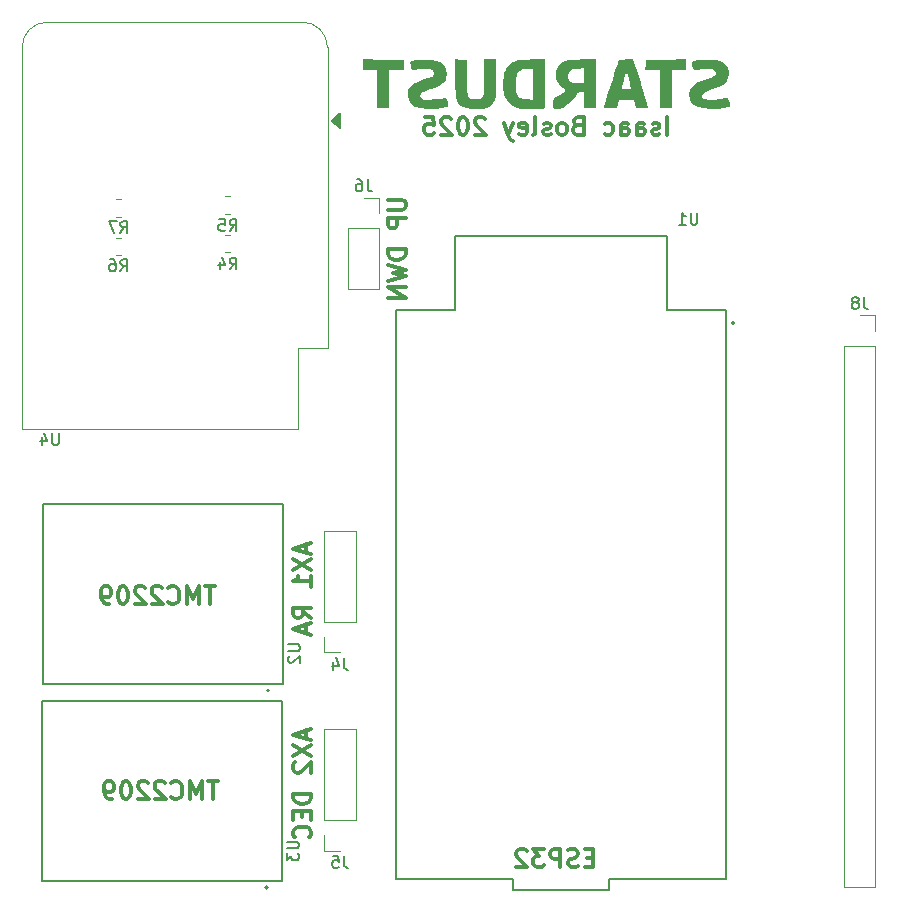
<source format=gbr>
%TF.GenerationSoftware,KiCad,Pcbnew,8.0.8*%
%TF.CreationDate,2025-02-20T12:29:39-05:00*%
%TF.ProjectId,Stardust,53746172-6475-4737-942e-6b696361645f,rev?*%
%TF.SameCoordinates,Original*%
%TF.FileFunction,Legend,Bot*%
%TF.FilePolarity,Positive*%
%FSLAX46Y46*%
G04 Gerber Fmt 4.6, Leading zero omitted, Abs format (unit mm)*
G04 Created by KiCad (PCBNEW 8.0.8) date 2025-02-20 12:29:39*
%MOMM*%
%LPD*%
G01*
G04 APERTURE LIST*
%ADD10C,0.300000*%
%ADD11C,0.150000*%
%ADD12C,0.127000*%
%ADD13C,0.200000*%
%ADD14C,0.000000*%
%ADD15C,0.120000*%
G04 APERTURE END LIST*
D10*
X178695489Y-60800828D02*
X178695489Y-59300828D01*
X178052631Y-60729400D02*
X177909774Y-60800828D01*
X177909774Y-60800828D02*
X177624060Y-60800828D01*
X177624060Y-60800828D02*
X177481203Y-60729400D01*
X177481203Y-60729400D02*
X177409774Y-60586542D01*
X177409774Y-60586542D02*
X177409774Y-60515114D01*
X177409774Y-60515114D02*
X177481203Y-60372257D01*
X177481203Y-60372257D02*
X177624060Y-60300828D01*
X177624060Y-60300828D02*
X177838346Y-60300828D01*
X177838346Y-60300828D02*
X177981203Y-60229400D01*
X177981203Y-60229400D02*
X178052631Y-60086542D01*
X178052631Y-60086542D02*
X178052631Y-60015114D01*
X178052631Y-60015114D02*
X177981203Y-59872257D01*
X177981203Y-59872257D02*
X177838346Y-59800828D01*
X177838346Y-59800828D02*
X177624060Y-59800828D01*
X177624060Y-59800828D02*
X177481203Y-59872257D01*
X176124060Y-60800828D02*
X176124060Y-60015114D01*
X176124060Y-60015114D02*
X176195488Y-59872257D01*
X176195488Y-59872257D02*
X176338345Y-59800828D01*
X176338345Y-59800828D02*
X176624060Y-59800828D01*
X176624060Y-59800828D02*
X176766917Y-59872257D01*
X176124060Y-60729400D02*
X176266917Y-60800828D01*
X176266917Y-60800828D02*
X176624060Y-60800828D01*
X176624060Y-60800828D02*
X176766917Y-60729400D01*
X176766917Y-60729400D02*
X176838345Y-60586542D01*
X176838345Y-60586542D02*
X176838345Y-60443685D01*
X176838345Y-60443685D02*
X176766917Y-60300828D01*
X176766917Y-60300828D02*
X176624060Y-60229400D01*
X176624060Y-60229400D02*
X176266917Y-60229400D01*
X176266917Y-60229400D02*
X176124060Y-60157971D01*
X174766917Y-60800828D02*
X174766917Y-60015114D01*
X174766917Y-60015114D02*
X174838345Y-59872257D01*
X174838345Y-59872257D02*
X174981202Y-59800828D01*
X174981202Y-59800828D02*
X175266917Y-59800828D01*
X175266917Y-59800828D02*
X175409774Y-59872257D01*
X174766917Y-60729400D02*
X174909774Y-60800828D01*
X174909774Y-60800828D02*
X175266917Y-60800828D01*
X175266917Y-60800828D02*
X175409774Y-60729400D01*
X175409774Y-60729400D02*
X175481202Y-60586542D01*
X175481202Y-60586542D02*
X175481202Y-60443685D01*
X175481202Y-60443685D02*
X175409774Y-60300828D01*
X175409774Y-60300828D02*
X175266917Y-60229400D01*
X175266917Y-60229400D02*
X174909774Y-60229400D01*
X174909774Y-60229400D02*
X174766917Y-60157971D01*
X173409774Y-60729400D02*
X173552631Y-60800828D01*
X173552631Y-60800828D02*
X173838345Y-60800828D01*
X173838345Y-60800828D02*
X173981202Y-60729400D01*
X173981202Y-60729400D02*
X174052631Y-60657971D01*
X174052631Y-60657971D02*
X174124059Y-60515114D01*
X174124059Y-60515114D02*
X174124059Y-60086542D01*
X174124059Y-60086542D02*
X174052631Y-59943685D01*
X174052631Y-59943685D02*
X173981202Y-59872257D01*
X173981202Y-59872257D02*
X173838345Y-59800828D01*
X173838345Y-59800828D02*
X173552631Y-59800828D01*
X173552631Y-59800828D02*
X173409774Y-59872257D01*
X171124060Y-60015114D02*
X170909774Y-60086542D01*
X170909774Y-60086542D02*
X170838345Y-60157971D01*
X170838345Y-60157971D02*
X170766917Y-60300828D01*
X170766917Y-60300828D02*
X170766917Y-60515114D01*
X170766917Y-60515114D02*
X170838345Y-60657971D01*
X170838345Y-60657971D02*
X170909774Y-60729400D01*
X170909774Y-60729400D02*
X171052631Y-60800828D01*
X171052631Y-60800828D02*
X171624060Y-60800828D01*
X171624060Y-60800828D02*
X171624060Y-59300828D01*
X171624060Y-59300828D02*
X171124060Y-59300828D01*
X171124060Y-59300828D02*
X170981203Y-59372257D01*
X170981203Y-59372257D02*
X170909774Y-59443685D01*
X170909774Y-59443685D02*
X170838345Y-59586542D01*
X170838345Y-59586542D02*
X170838345Y-59729400D01*
X170838345Y-59729400D02*
X170909774Y-59872257D01*
X170909774Y-59872257D02*
X170981203Y-59943685D01*
X170981203Y-59943685D02*
X171124060Y-60015114D01*
X171124060Y-60015114D02*
X171624060Y-60015114D01*
X169909774Y-60800828D02*
X170052631Y-60729400D01*
X170052631Y-60729400D02*
X170124060Y-60657971D01*
X170124060Y-60657971D02*
X170195488Y-60515114D01*
X170195488Y-60515114D02*
X170195488Y-60086542D01*
X170195488Y-60086542D02*
X170124060Y-59943685D01*
X170124060Y-59943685D02*
X170052631Y-59872257D01*
X170052631Y-59872257D02*
X169909774Y-59800828D01*
X169909774Y-59800828D02*
X169695488Y-59800828D01*
X169695488Y-59800828D02*
X169552631Y-59872257D01*
X169552631Y-59872257D02*
X169481203Y-59943685D01*
X169481203Y-59943685D02*
X169409774Y-60086542D01*
X169409774Y-60086542D02*
X169409774Y-60515114D01*
X169409774Y-60515114D02*
X169481203Y-60657971D01*
X169481203Y-60657971D02*
X169552631Y-60729400D01*
X169552631Y-60729400D02*
X169695488Y-60800828D01*
X169695488Y-60800828D02*
X169909774Y-60800828D01*
X168838345Y-60729400D02*
X168695488Y-60800828D01*
X168695488Y-60800828D02*
X168409774Y-60800828D01*
X168409774Y-60800828D02*
X168266917Y-60729400D01*
X168266917Y-60729400D02*
X168195488Y-60586542D01*
X168195488Y-60586542D02*
X168195488Y-60515114D01*
X168195488Y-60515114D02*
X168266917Y-60372257D01*
X168266917Y-60372257D02*
X168409774Y-60300828D01*
X168409774Y-60300828D02*
X168624060Y-60300828D01*
X168624060Y-60300828D02*
X168766917Y-60229400D01*
X168766917Y-60229400D02*
X168838345Y-60086542D01*
X168838345Y-60086542D02*
X168838345Y-60015114D01*
X168838345Y-60015114D02*
X168766917Y-59872257D01*
X168766917Y-59872257D02*
X168624060Y-59800828D01*
X168624060Y-59800828D02*
X168409774Y-59800828D01*
X168409774Y-59800828D02*
X168266917Y-59872257D01*
X167338345Y-60800828D02*
X167481202Y-60729400D01*
X167481202Y-60729400D02*
X167552631Y-60586542D01*
X167552631Y-60586542D02*
X167552631Y-59300828D01*
X166195488Y-60729400D02*
X166338345Y-60800828D01*
X166338345Y-60800828D02*
X166624060Y-60800828D01*
X166624060Y-60800828D02*
X166766917Y-60729400D01*
X166766917Y-60729400D02*
X166838345Y-60586542D01*
X166838345Y-60586542D02*
X166838345Y-60015114D01*
X166838345Y-60015114D02*
X166766917Y-59872257D01*
X166766917Y-59872257D02*
X166624060Y-59800828D01*
X166624060Y-59800828D02*
X166338345Y-59800828D01*
X166338345Y-59800828D02*
X166195488Y-59872257D01*
X166195488Y-59872257D02*
X166124060Y-60015114D01*
X166124060Y-60015114D02*
X166124060Y-60157971D01*
X166124060Y-60157971D02*
X166838345Y-60300828D01*
X165624060Y-59800828D02*
X165266917Y-60800828D01*
X164909774Y-59800828D02*
X165266917Y-60800828D01*
X165266917Y-60800828D02*
X165409774Y-61157971D01*
X165409774Y-61157971D02*
X165481203Y-61229400D01*
X165481203Y-61229400D02*
X165624060Y-61300828D01*
X163266917Y-59443685D02*
X163195489Y-59372257D01*
X163195489Y-59372257D02*
X163052632Y-59300828D01*
X163052632Y-59300828D02*
X162695489Y-59300828D01*
X162695489Y-59300828D02*
X162552632Y-59372257D01*
X162552632Y-59372257D02*
X162481203Y-59443685D01*
X162481203Y-59443685D02*
X162409774Y-59586542D01*
X162409774Y-59586542D02*
X162409774Y-59729400D01*
X162409774Y-59729400D02*
X162481203Y-59943685D01*
X162481203Y-59943685D02*
X163338346Y-60800828D01*
X163338346Y-60800828D02*
X162409774Y-60800828D01*
X161481203Y-59300828D02*
X161338346Y-59300828D01*
X161338346Y-59300828D02*
X161195489Y-59372257D01*
X161195489Y-59372257D02*
X161124061Y-59443685D01*
X161124061Y-59443685D02*
X161052632Y-59586542D01*
X161052632Y-59586542D02*
X160981203Y-59872257D01*
X160981203Y-59872257D02*
X160981203Y-60229400D01*
X160981203Y-60229400D02*
X161052632Y-60515114D01*
X161052632Y-60515114D02*
X161124061Y-60657971D01*
X161124061Y-60657971D02*
X161195489Y-60729400D01*
X161195489Y-60729400D02*
X161338346Y-60800828D01*
X161338346Y-60800828D02*
X161481203Y-60800828D01*
X161481203Y-60800828D02*
X161624061Y-60729400D01*
X161624061Y-60729400D02*
X161695489Y-60657971D01*
X161695489Y-60657971D02*
X161766918Y-60515114D01*
X161766918Y-60515114D02*
X161838346Y-60229400D01*
X161838346Y-60229400D02*
X161838346Y-59872257D01*
X161838346Y-59872257D02*
X161766918Y-59586542D01*
X161766918Y-59586542D02*
X161695489Y-59443685D01*
X161695489Y-59443685D02*
X161624061Y-59372257D01*
X161624061Y-59372257D02*
X161481203Y-59300828D01*
X160409775Y-59443685D02*
X160338347Y-59372257D01*
X160338347Y-59372257D02*
X160195490Y-59300828D01*
X160195490Y-59300828D02*
X159838347Y-59300828D01*
X159838347Y-59300828D02*
X159695490Y-59372257D01*
X159695490Y-59372257D02*
X159624061Y-59443685D01*
X159624061Y-59443685D02*
X159552632Y-59586542D01*
X159552632Y-59586542D02*
X159552632Y-59729400D01*
X159552632Y-59729400D02*
X159624061Y-59943685D01*
X159624061Y-59943685D02*
X160481204Y-60800828D01*
X160481204Y-60800828D02*
X159552632Y-60800828D01*
X158195490Y-59300828D02*
X158909776Y-59300828D01*
X158909776Y-59300828D02*
X158981204Y-60015114D01*
X158981204Y-60015114D02*
X158909776Y-59943685D01*
X158909776Y-59943685D02*
X158766919Y-59872257D01*
X158766919Y-59872257D02*
X158409776Y-59872257D01*
X158409776Y-59872257D02*
X158266919Y-59943685D01*
X158266919Y-59943685D02*
X158195490Y-60015114D01*
X158195490Y-60015114D02*
X158124061Y-60157971D01*
X158124061Y-60157971D02*
X158124061Y-60515114D01*
X158124061Y-60515114D02*
X158195490Y-60657971D01*
X158195490Y-60657971D02*
X158266919Y-60729400D01*
X158266919Y-60729400D02*
X158409776Y-60800828D01*
X158409776Y-60800828D02*
X158766919Y-60800828D01*
X158766919Y-60800828D02*
X158909776Y-60729400D01*
X158909776Y-60729400D02*
X158981204Y-60657971D01*
X140409774Y-99050828D02*
X139552632Y-99050828D01*
X139981203Y-100550828D02*
X139981203Y-99050828D01*
X139052632Y-100550828D02*
X139052632Y-99050828D01*
X139052632Y-99050828D02*
X138552632Y-100122257D01*
X138552632Y-100122257D02*
X138052632Y-99050828D01*
X138052632Y-99050828D02*
X138052632Y-100550828D01*
X136481203Y-100407971D02*
X136552631Y-100479400D01*
X136552631Y-100479400D02*
X136766917Y-100550828D01*
X136766917Y-100550828D02*
X136909774Y-100550828D01*
X136909774Y-100550828D02*
X137124060Y-100479400D01*
X137124060Y-100479400D02*
X137266917Y-100336542D01*
X137266917Y-100336542D02*
X137338346Y-100193685D01*
X137338346Y-100193685D02*
X137409774Y-99907971D01*
X137409774Y-99907971D02*
X137409774Y-99693685D01*
X137409774Y-99693685D02*
X137338346Y-99407971D01*
X137338346Y-99407971D02*
X137266917Y-99265114D01*
X137266917Y-99265114D02*
X137124060Y-99122257D01*
X137124060Y-99122257D02*
X136909774Y-99050828D01*
X136909774Y-99050828D02*
X136766917Y-99050828D01*
X136766917Y-99050828D02*
X136552631Y-99122257D01*
X136552631Y-99122257D02*
X136481203Y-99193685D01*
X135909774Y-99193685D02*
X135838346Y-99122257D01*
X135838346Y-99122257D02*
X135695489Y-99050828D01*
X135695489Y-99050828D02*
X135338346Y-99050828D01*
X135338346Y-99050828D02*
X135195489Y-99122257D01*
X135195489Y-99122257D02*
X135124060Y-99193685D01*
X135124060Y-99193685D02*
X135052631Y-99336542D01*
X135052631Y-99336542D02*
X135052631Y-99479400D01*
X135052631Y-99479400D02*
X135124060Y-99693685D01*
X135124060Y-99693685D02*
X135981203Y-100550828D01*
X135981203Y-100550828D02*
X135052631Y-100550828D01*
X134481203Y-99193685D02*
X134409775Y-99122257D01*
X134409775Y-99122257D02*
X134266918Y-99050828D01*
X134266918Y-99050828D02*
X133909775Y-99050828D01*
X133909775Y-99050828D02*
X133766918Y-99122257D01*
X133766918Y-99122257D02*
X133695489Y-99193685D01*
X133695489Y-99193685D02*
X133624060Y-99336542D01*
X133624060Y-99336542D02*
X133624060Y-99479400D01*
X133624060Y-99479400D02*
X133695489Y-99693685D01*
X133695489Y-99693685D02*
X134552632Y-100550828D01*
X134552632Y-100550828D02*
X133624060Y-100550828D01*
X132695489Y-99050828D02*
X132552632Y-99050828D01*
X132552632Y-99050828D02*
X132409775Y-99122257D01*
X132409775Y-99122257D02*
X132338347Y-99193685D01*
X132338347Y-99193685D02*
X132266918Y-99336542D01*
X132266918Y-99336542D02*
X132195489Y-99622257D01*
X132195489Y-99622257D02*
X132195489Y-99979400D01*
X132195489Y-99979400D02*
X132266918Y-100265114D01*
X132266918Y-100265114D02*
X132338347Y-100407971D01*
X132338347Y-100407971D02*
X132409775Y-100479400D01*
X132409775Y-100479400D02*
X132552632Y-100550828D01*
X132552632Y-100550828D02*
X132695489Y-100550828D01*
X132695489Y-100550828D02*
X132838347Y-100479400D01*
X132838347Y-100479400D02*
X132909775Y-100407971D01*
X132909775Y-100407971D02*
X132981204Y-100265114D01*
X132981204Y-100265114D02*
X133052632Y-99979400D01*
X133052632Y-99979400D02*
X133052632Y-99622257D01*
X133052632Y-99622257D02*
X132981204Y-99336542D01*
X132981204Y-99336542D02*
X132909775Y-99193685D01*
X132909775Y-99193685D02*
X132838347Y-99122257D01*
X132838347Y-99122257D02*
X132695489Y-99050828D01*
X131481204Y-100550828D02*
X131195490Y-100550828D01*
X131195490Y-100550828D02*
X131052633Y-100479400D01*
X131052633Y-100479400D02*
X130981204Y-100407971D01*
X130981204Y-100407971D02*
X130838347Y-100193685D01*
X130838347Y-100193685D02*
X130766918Y-99907971D01*
X130766918Y-99907971D02*
X130766918Y-99336542D01*
X130766918Y-99336542D02*
X130838347Y-99193685D01*
X130838347Y-99193685D02*
X130909776Y-99122257D01*
X130909776Y-99122257D02*
X131052633Y-99050828D01*
X131052633Y-99050828D02*
X131338347Y-99050828D01*
X131338347Y-99050828D02*
X131481204Y-99122257D01*
X131481204Y-99122257D02*
X131552633Y-99193685D01*
X131552633Y-99193685D02*
X131624061Y-99336542D01*
X131624061Y-99336542D02*
X131624061Y-99693685D01*
X131624061Y-99693685D02*
X131552633Y-99836542D01*
X131552633Y-99836542D02*
X131481204Y-99907971D01*
X131481204Y-99907971D02*
X131338347Y-99979400D01*
X131338347Y-99979400D02*
X131052633Y-99979400D01*
X131052633Y-99979400D02*
X130909776Y-99907971D01*
X130909776Y-99907971D02*
X130838347Y-99836542D01*
X130838347Y-99836542D02*
X130766918Y-99693685D01*
X140659774Y-115550828D02*
X139802632Y-115550828D01*
X140231203Y-117050828D02*
X140231203Y-115550828D01*
X139302632Y-117050828D02*
X139302632Y-115550828D01*
X139302632Y-115550828D02*
X138802632Y-116622257D01*
X138802632Y-116622257D02*
X138302632Y-115550828D01*
X138302632Y-115550828D02*
X138302632Y-117050828D01*
X136731203Y-116907971D02*
X136802631Y-116979400D01*
X136802631Y-116979400D02*
X137016917Y-117050828D01*
X137016917Y-117050828D02*
X137159774Y-117050828D01*
X137159774Y-117050828D02*
X137374060Y-116979400D01*
X137374060Y-116979400D02*
X137516917Y-116836542D01*
X137516917Y-116836542D02*
X137588346Y-116693685D01*
X137588346Y-116693685D02*
X137659774Y-116407971D01*
X137659774Y-116407971D02*
X137659774Y-116193685D01*
X137659774Y-116193685D02*
X137588346Y-115907971D01*
X137588346Y-115907971D02*
X137516917Y-115765114D01*
X137516917Y-115765114D02*
X137374060Y-115622257D01*
X137374060Y-115622257D02*
X137159774Y-115550828D01*
X137159774Y-115550828D02*
X137016917Y-115550828D01*
X137016917Y-115550828D02*
X136802631Y-115622257D01*
X136802631Y-115622257D02*
X136731203Y-115693685D01*
X136159774Y-115693685D02*
X136088346Y-115622257D01*
X136088346Y-115622257D02*
X135945489Y-115550828D01*
X135945489Y-115550828D02*
X135588346Y-115550828D01*
X135588346Y-115550828D02*
X135445489Y-115622257D01*
X135445489Y-115622257D02*
X135374060Y-115693685D01*
X135374060Y-115693685D02*
X135302631Y-115836542D01*
X135302631Y-115836542D02*
X135302631Y-115979400D01*
X135302631Y-115979400D02*
X135374060Y-116193685D01*
X135374060Y-116193685D02*
X136231203Y-117050828D01*
X136231203Y-117050828D02*
X135302631Y-117050828D01*
X134731203Y-115693685D02*
X134659775Y-115622257D01*
X134659775Y-115622257D02*
X134516918Y-115550828D01*
X134516918Y-115550828D02*
X134159775Y-115550828D01*
X134159775Y-115550828D02*
X134016918Y-115622257D01*
X134016918Y-115622257D02*
X133945489Y-115693685D01*
X133945489Y-115693685D02*
X133874060Y-115836542D01*
X133874060Y-115836542D02*
X133874060Y-115979400D01*
X133874060Y-115979400D02*
X133945489Y-116193685D01*
X133945489Y-116193685D02*
X134802632Y-117050828D01*
X134802632Y-117050828D02*
X133874060Y-117050828D01*
X132945489Y-115550828D02*
X132802632Y-115550828D01*
X132802632Y-115550828D02*
X132659775Y-115622257D01*
X132659775Y-115622257D02*
X132588347Y-115693685D01*
X132588347Y-115693685D02*
X132516918Y-115836542D01*
X132516918Y-115836542D02*
X132445489Y-116122257D01*
X132445489Y-116122257D02*
X132445489Y-116479400D01*
X132445489Y-116479400D02*
X132516918Y-116765114D01*
X132516918Y-116765114D02*
X132588347Y-116907971D01*
X132588347Y-116907971D02*
X132659775Y-116979400D01*
X132659775Y-116979400D02*
X132802632Y-117050828D01*
X132802632Y-117050828D02*
X132945489Y-117050828D01*
X132945489Y-117050828D02*
X133088347Y-116979400D01*
X133088347Y-116979400D02*
X133159775Y-116907971D01*
X133159775Y-116907971D02*
X133231204Y-116765114D01*
X133231204Y-116765114D02*
X133302632Y-116479400D01*
X133302632Y-116479400D02*
X133302632Y-116122257D01*
X133302632Y-116122257D02*
X133231204Y-115836542D01*
X133231204Y-115836542D02*
X133159775Y-115693685D01*
X133159775Y-115693685D02*
X133088347Y-115622257D01*
X133088347Y-115622257D02*
X132945489Y-115550828D01*
X131731204Y-117050828D02*
X131445490Y-117050828D01*
X131445490Y-117050828D02*
X131302633Y-116979400D01*
X131302633Y-116979400D02*
X131231204Y-116907971D01*
X131231204Y-116907971D02*
X131088347Y-116693685D01*
X131088347Y-116693685D02*
X131016918Y-116407971D01*
X131016918Y-116407971D02*
X131016918Y-115836542D01*
X131016918Y-115836542D02*
X131088347Y-115693685D01*
X131088347Y-115693685D02*
X131159776Y-115622257D01*
X131159776Y-115622257D02*
X131302633Y-115550828D01*
X131302633Y-115550828D02*
X131588347Y-115550828D01*
X131588347Y-115550828D02*
X131731204Y-115622257D01*
X131731204Y-115622257D02*
X131802633Y-115693685D01*
X131802633Y-115693685D02*
X131874061Y-115836542D01*
X131874061Y-115836542D02*
X131874061Y-116193685D01*
X131874061Y-116193685D02*
X131802633Y-116336542D01*
X131802633Y-116336542D02*
X131731204Y-116407971D01*
X131731204Y-116407971D02*
X131588347Y-116479400D01*
X131588347Y-116479400D02*
X131302633Y-116479400D01*
X131302633Y-116479400D02*
X131159776Y-116407971D01*
X131159776Y-116407971D02*
X131088347Y-116336542D01*
X131088347Y-116336542D02*
X131016918Y-116193685D01*
X155050828Y-66304510D02*
X156265114Y-66304510D01*
X156265114Y-66304510D02*
X156407971Y-66375939D01*
X156407971Y-66375939D02*
X156479400Y-66447368D01*
X156479400Y-66447368D02*
X156550828Y-66590225D01*
X156550828Y-66590225D02*
X156550828Y-66875939D01*
X156550828Y-66875939D02*
X156479400Y-67018796D01*
X156479400Y-67018796D02*
X156407971Y-67090225D01*
X156407971Y-67090225D02*
X156265114Y-67161653D01*
X156265114Y-67161653D02*
X155050828Y-67161653D01*
X156550828Y-67875939D02*
X155050828Y-67875939D01*
X155050828Y-67875939D02*
X155050828Y-68447368D01*
X155050828Y-68447368D02*
X155122257Y-68590225D01*
X155122257Y-68590225D02*
X155193685Y-68661654D01*
X155193685Y-68661654D02*
X155336542Y-68733082D01*
X155336542Y-68733082D02*
X155550828Y-68733082D01*
X155550828Y-68733082D02*
X155693685Y-68661654D01*
X155693685Y-68661654D02*
X155765114Y-68590225D01*
X155765114Y-68590225D02*
X155836542Y-68447368D01*
X155836542Y-68447368D02*
X155836542Y-67875939D01*
X156550828Y-70518796D02*
X155050828Y-70518796D01*
X155050828Y-70518796D02*
X155050828Y-70875939D01*
X155050828Y-70875939D02*
X155122257Y-71090225D01*
X155122257Y-71090225D02*
X155265114Y-71233082D01*
X155265114Y-71233082D02*
X155407971Y-71304511D01*
X155407971Y-71304511D02*
X155693685Y-71375939D01*
X155693685Y-71375939D02*
X155907971Y-71375939D01*
X155907971Y-71375939D02*
X156193685Y-71304511D01*
X156193685Y-71304511D02*
X156336542Y-71233082D01*
X156336542Y-71233082D02*
X156479400Y-71090225D01*
X156479400Y-71090225D02*
X156550828Y-70875939D01*
X156550828Y-70875939D02*
X156550828Y-70518796D01*
X155050828Y-71875939D02*
X156550828Y-72233082D01*
X156550828Y-72233082D02*
X155479400Y-72518796D01*
X155479400Y-72518796D02*
X156550828Y-72804511D01*
X156550828Y-72804511D02*
X155050828Y-73161654D01*
X156550828Y-73733082D02*
X155050828Y-73733082D01*
X155050828Y-73733082D02*
X156550828Y-74590225D01*
X156550828Y-74590225D02*
X155050828Y-74590225D01*
X148122257Y-95483082D02*
X148122257Y-96197368D01*
X148550828Y-95340225D02*
X147050828Y-95840225D01*
X147050828Y-95840225D02*
X148550828Y-96340225D01*
X147050828Y-96697367D02*
X148550828Y-97697367D01*
X147050828Y-97697367D02*
X148550828Y-96697367D01*
X148550828Y-99054510D02*
X148550828Y-98197367D01*
X148550828Y-98625938D02*
X147050828Y-98625938D01*
X147050828Y-98625938D02*
X147265114Y-98483081D01*
X147265114Y-98483081D02*
X147407971Y-98340224D01*
X147407971Y-98340224D02*
X147479400Y-98197367D01*
X148550828Y-101697366D02*
X147836542Y-101197366D01*
X148550828Y-100840223D02*
X147050828Y-100840223D01*
X147050828Y-100840223D02*
X147050828Y-101411652D01*
X147050828Y-101411652D02*
X147122257Y-101554509D01*
X147122257Y-101554509D02*
X147193685Y-101625938D01*
X147193685Y-101625938D02*
X147336542Y-101697366D01*
X147336542Y-101697366D02*
X147550828Y-101697366D01*
X147550828Y-101697366D02*
X147693685Y-101625938D01*
X147693685Y-101625938D02*
X147765114Y-101554509D01*
X147765114Y-101554509D02*
X147836542Y-101411652D01*
X147836542Y-101411652D02*
X147836542Y-100840223D01*
X148122257Y-102268795D02*
X148122257Y-102983081D01*
X148550828Y-102125938D02*
X147050828Y-102625938D01*
X147050828Y-102625938D02*
X148550828Y-103125938D01*
X172445489Y-122015114D02*
X171945489Y-122015114D01*
X171731203Y-122800828D02*
X172445489Y-122800828D01*
X172445489Y-122800828D02*
X172445489Y-121300828D01*
X172445489Y-121300828D02*
X171731203Y-121300828D01*
X171159774Y-122729400D02*
X170945489Y-122800828D01*
X170945489Y-122800828D02*
X170588346Y-122800828D01*
X170588346Y-122800828D02*
X170445489Y-122729400D01*
X170445489Y-122729400D02*
X170374060Y-122657971D01*
X170374060Y-122657971D02*
X170302631Y-122515114D01*
X170302631Y-122515114D02*
X170302631Y-122372257D01*
X170302631Y-122372257D02*
X170374060Y-122229400D01*
X170374060Y-122229400D02*
X170445489Y-122157971D01*
X170445489Y-122157971D02*
X170588346Y-122086542D01*
X170588346Y-122086542D02*
X170874060Y-122015114D01*
X170874060Y-122015114D02*
X171016917Y-121943685D01*
X171016917Y-121943685D02*
X171088346Y-121872257D01*
X171088346Y-121872257D02*
X171159774Y-121729400D01*
X171159774Y-121729400D02*
X171159774Y-121586542D01*
X171159774Y-121586542D02*
X171088346Y-121443685D01*
X171088346Y-121443685D02*
X171016917Y-121372257D01*
X171016917Y-121372257D02*
X170874060Y-121300828D01*
X170874060Y-121300828D02*
X170516917Y-121300828D01*
X170516917Y-121300828D02*
X170302631Y-121372257D01*
X169659775Y-122800828D02*
X169659775Y-121300828D01*
X169659775Y-121300828D02*
X169088346Y-121300828D01*
X169088346Y-121300828D02*
X168945489Y-121372257D01*
X168945489Y-121372257D02*
X168874060Y-121443685D01*
X168874060Y-121443685D02*
X168802632Y-121586542D01*
X168802632Y-121586542D02*
X168802632Y-121800828D01*
X168802632Y-121800828D02*
X168874060Y-121943685D01*
X168874060Y-121943685D02*
X168945489Y-122015114D01*
X168945489Y-122015114D02*
X169088346Y-122086542D01*
X169088346Y-122086542D02*
X169659775Y-122086542D01*
X168302632Y-121300828D02*
X167374060Y-121300828D01*
X167374060Y-121300828D02*
X167874060Y-121872257D01*
X167874060Y-121872257D02*
X167659775Y-121872257D01*
X167659775Y-121872257D02*
X167516918Y-121943685D01*
X167516918Y-121943685D02*
X167445489Y-122015114D01*
X167445489Y-122015114D02*
X167374060Y-122157971D01*
X167374060Y-122157971D02*
X167374060Y-122515114D01*
X167374060Y-122515114D02*
X167445489Y-122657971D01*
X167445489Y-122657971D02*
X167516918Y-122729400D01*
X167516918Y-122729400D02*
X167659775Y-122800828D01*
X167659775Y-122800828D02*
X168088346Y-122800828D01*
X168088346Y-122800828D02*
X168231203Y-122729400D01*
X168231203Y-122729400D02*
X168302632Y-122657971D01*
X166802632Y-121443685D02*
X166731204Y-121372257D01*
X166731204Y-121372257D02*
X166588347Y-121300828D01*
X166588347Y-121300828D02*
X166231204Y-121300828D01*
X166231204Y-121300828D02*
X166088347Y-121372257D01*
X166088347Y-121372257D02*
X166016918Y-121443685D01*
X166016918Y-121443685D02*
X165945489Y-121586542D01*
X165945489Y-121586542D02*
X165945489Y-121729400D01*
X165945489Y-121729400D02*
X166016918Y-121943685D01*
X166016918Y-121943685D02*
X166874061Y-122800828D01*
X166874061Y-122800828D02*
X165945489Y-122800828D01*
X148122257Y-111233082D02*
X148122257Y-111947368D01*
X148550828Y-111090225D02*
X147050828Y-111590225D01*
X147050828Y-111590225D02*
X148550828Y-112090225D01*
X147050828Y-112447367D02*
X148550828Y-113447367D01*
X147050828Y-113447367D02*
X148550828Y-112447367D01*
X147193685Y-113947367D02*
X147122257Y-114018795D01*
X147122257Y-114018795D02*
X147050828Y-114161653D01*
X147050828Y-114161653D02*
X147050828Y-114518795D01*
X147050828Y-114518795D02*
X147122257Y-114661653D01*
X147122257Y-114661653D02*
X147193685Y-114733081D01*
X147193685Y-114733081D02*
X147336542Y-114804510D01*
X147336542Y-114804510D02*
X147479400Y-114804510D01*
X147479400Y-114804510D02*
X147693685Y-114733081D01*
X147693685Y-114733081D02*
X148550828Y-113875938D01*
X148550828Y-113875938D02*
X148550828Y-114804510D01*
X148550828Y-116590223D02*
X147050828Y-116590223D01*
X147050828Y-116590223D02*
X147050828Y-116947366D01*
X147050828Y-116947366D02*
X147122257Y-117161652D01*
X147122257Y-117161652D02*
X147265114Y-117304509D01*
X147265114Y-117304509D02*
X147407971Y-117375938D01*
X147407971Y-117375938D02*
X147693685Y-117447366D01*
X147693685Y-117447366D02*
X147907971Y-117447366D01*
X147907971Y-117447366D02*
X148193685Y-117375938D01*
X148193685Y-117375938D02*
X148336542Y-117304509D01*
X148336542Y-117304509D02*
X148479400Y-117161652D01*
X148479400Y-117161652D02*
X148550828Y-116947366D01*
X148550828Y-116947366D02*
X148550828Y-116590223D01*
X147765114Y-118090223D02*
X147765114Y-118590223D01*
X148550828Y-118804509D02*
X148550828Y-118090223D01*
X148550828Y-118090223D02*
X147050828Y-118090223D01*
X147050828Y-118090223D02*
X147050828Y-118804509D01*
X148407971Y-120304509D02*
X148479400Y-120233081D01*
X148479400Y-120233081D02*
X148550828Y-120018795D01*
X148550828Y-120018795D02*
X148550828Y-119875938D01*
X148550828Y-119875938D02*
X148479400Y-119661652D01*
X148479400Y-119661652D02*
X148336542Y-119518795D01*
X148336542Y-119518795D02*
X148193685Y-119447366D01*
X148193685Y-119447366D02*
X147907971Y-119375938D01*
X147907971Y-119375938D02*
X147693685Y-119375938D01*
X147693685Y-119375938D02*
X147407971Y-119447366D01*
X147407971Y-119447366D02*
X147265114Y-119518795D01*
X147265114Y-119518795D02*
X147122257Y-119661652D01*
X147122257Y-119661652D02*
X147050828Y-119875938D01*
X147050828Y-119875938D02*
X147050828Y-120018795D01*
X147050828Y-120018795D02*
X147122257Y-120233081D01*
X147122257Y-120233081D02*
X147193685Y-120304509D01*
D11*
X146609819Y-103963095D02*
X147419342Y-103963095D01*
X147419342Y-103963095D02*
X147514580Y-104010714D01*
X147514580Y-104010714D02*
X147562200Y-104058333D01*
X147562200Y-104058333D02*
X147609819Y-104153571D01*
X147609819Y-104153571D02*
X147609819Y-104344047D01*
X147609819Y-104344047D02*
X147562200Y-104439285D01*
X147562200Y-104439285D02*
X147514580Y-104486904D01*
X147514580Y-104486904D02*
X147419342Y-104534523D01*
X147419342Y-104534523D02*
X146609819Y-104534523D01*
X146705057Y-104963095D02*
X146657438Y-105010714D01*
X146657438Y-105010714D02*
X146609819Y-105105952D01*
X146609819Y-105105952D02*
X146609819Y-105344047D01*
X146609819Y-105344047D02*
X146657438Y-105439285D01*
X146657438Y-105439285D02*
X146705057Y-105486904D01*
X146705057Y-105486904D02*
X146800295Y-105534523D01*
X146800295Y-105534523D02*
X146895533Y-105534523D01*
X146895533Y-105534523D02*
X147038390Y-105486904D01*
X147038390Y-105486904D02*
X147609819Y-104915476D01*
X147609819Y-104915476D02*
X147609819Y-105534523D01*
X181256904Y-67414819D02*
X181256904Y-68224342D01*
X181256904Y-68224342D02*
X181209285Y-68319580D01*
X181209285Y-68319580D02*
X181161666Y-68367200D01*
X181161666Y-68367200D02*
X181066428Y-68414819D01*
X181066428Y-68414819D02*
X180875952Y-68414819D01*
X180875952Y-68414819D02*
X180780714Y-68367200D01*
X180780714Y-68367200D02*
X180733095Y-68319580D01*
X180733095Y-68319580D02*
X180685476Y-68224342D01*
X180685476Y-68224342D02*
X180685476Y-67414819D01*
X179685476Y-68414819D02*
X180256904Y-68414819D01*
X179971190Y-68414819D02*
X179971190Y-67414819D01*
X179971190Y-67414819D02*
X180066428Y-67557676D01*
X180066428Y-67557676D02*
X180161666Y-67652914D01*
X180161666Y-67652914D02*
X180256904Y-67700533D01*
X132416666Y-72354819D02*
X132749999Y-71878628D01*
X132988094Y-72354819D02*
X132988094Y-71354819D01*
X132988094Y-71354819D02*
X132607142Y-71354819D01*
X132607142Y-71354819D02*
X132511904Y-71402438D01*
X132511904Y-71402438D02*
X132464285Y-71450057D01*
X132464285Y-71450057D02*
X132416666Y-71545295D01*
X132416666Y-71545295D02*
X132416666Y-71688152D01*
X132416666Y-71688152D02*
X132464285Y-71783390D01*
X132464285Y-71783390D02*
X132511904Y-71831009D01*
X132511904Y-71831009D02*
X132607142Y-71878628D01*
X132607142Y-71878628D02*
X132988094Y-71878628D01*
X131559523Y-71354819D02*
X131749999Y-71354819D01*
X131749999Y-71354819D02*
X131845237Y-71402438D01*
X131845237Y-71402438D02*
X131892856Y-71450057D01*
X131892856Y-71450057D02*
X131988094Y-71592914D01*
X131988094Y-71592914D02*
X132035713Y-71783390D01*
X132035713Y-71783390D02*
X132035713Y-72164342D01*
X132035713Y-72164342D02*
X131988094Y-72259580D01*
X131988094Y-72259580D02*
X131940475Y-72307200D01*
X131940475Y-72307200D02*
X131845237Y-72354819D01*
X131845237Y-72354819D02*
X131654761Y-72354819D01*
X131654761Y-72354819D02*
X131559523Y-72307200D01*
X131559523Y-72307200D02*
X131511904Y-72259580D01*
X131511904Y-72259580D02*
X131464285Y-72164342D01*
X131464285Y-72164342D02*
X131464285Y-71926247D01*
X131464285Y-71926247D02*
X131511904Y-71831009D01*
X131511904Y-71831009D02*
X131559523Y-71783390D01*
X131559523Y-71783390D02*
X131654761Y-71735771D01*
X131654761Y-71735771D02*
X131845237Y-71735771D01*
X131845237Y-71735771D02*
X131940475Y-71783390D01*
X131940475Y-71783390D02*
X131988094Y-71831009D01*
X131988094Y-71831009D02*
X132035713Y-71926247D01*
X146499819Y-120663095D02*
X147309342Y-120663095D01*
X147309342Y-120663095D02*
X147404580Y-120710714D01*
X147404580Y-120710714D02*
X147452200Y-120758333D01*
X147452200Y-120758333D02*
X147499819Y-120853571D01*
X147499819Y-120853571D02*
X147499819Y-121044047D01*
X147499819Y-121044047D02*
X147452200Y-121139285D01*
X147452200Y-121139285D02*
X147404580Y-121186904D01*
X147404580Y-121186904D02*
X147309342Y-121234523D01*
X147309342Y-121234523D02*
X146499819Y-121234523D01*
X146499819Y-121615476D02*
X146499819Y-122234523D01*
X146499819Y-122234523D02*
X146880771Y-121901190D01*
X146880771Y-121901190D02*
X146880771Y-122044047D01*
X146880771Y-122044047D02*
X146928390Y-122139285D01*
X146928390Y-122139285D02*
X146976009Y-122186904D01*
X146976009Y-122186904D02*
X147071247Y-122234523D01*
X147071247Y-122234523D02*
X147309342Y-122234523D01*
X147309342Y-122234523D02*
X147404580Y-122186904D01*
X147404580Y-122186904D02*
X147452200Y-122139285D01*
X147452200Y-122139285D02*
X147499819Y-122044047D01*
X147499819Y-122044047D02*
X147499819Y-121758333D01*
X147499819Y-121758333D02*
X147452200Y-121663095D01*
X147452200Y-121663095D02*
X147404580Y-121615476D01*
X141666666Y-68954819D02*
X141999999Y-68478628D01*
X142238094Y-68954819D02*
X142238094Y-67954819D01*
X142238094Y-67954819D02*
X141857142Y-67954819D01*
X141857142Y-67954819D02*
X141761904Y-68002438D01*
X141761904Y-68002438D02*
X141714285Y-68050057D01*
X141714285Y-68050057D02*
X141666666Y-68145295D01*
X141666666Y-68145295D02*
X141666666Y-68288152D01*
X141666666Y-68288152D02*
X141714285Y-68383390D01*
X141714285Y-68383390D02*
X141761904Y-68431009D01*
X141761904Y-68431009D02*
X141857142Y-68478628D01*
X141857142Y-68478628D02*
X142238094Y-68478628D01*
X140761904Y-67954819D02*
X141238094Y-67954819D01*
X141238094Y-67954819D02*
X141285713Y-68431009D01*
X141285713Y-68431009D02*
X141238094Y-68383390D01*
X141238094Y-68383390D02*
X141142856Y-68335771D01*
X141142856Y-68335771D02*
X140904761Y-68335771D01*
X140904761Y-68335771D02*
X140809523Y-68383390D01*
X140809523Y-68383390D02*
X140761904Y-68431009D01*
X140761904Y-68431009D02*
X140714285Y-68526247D01*
X140714285Y-68526247D02*
X140714285Y-68764342D01*
X140714285Y-68764342D02*
X140761904Y-68859580D01*
X140761904Y-68859580D02*
X140809523Y-68907200D01*
X140809523Y-68907200D02*
X140904761Y-68954819D01*
X140904761Y-68954819D02*
X141142856Y-68954819D01*
X141142856Y-68954819D02*
X141238094Y-68907200D01*
X141238094Y-68907200D02*
X141285713Y-68859580D01*
X151333333Y-121864819D02*
X151333333Y-122579104D01*
X151333333Y-122579104D02*
X151380952Y-122721961D01*
X151380952Y-122721961D02*
X151476190Y-122817200D01*
X151476190Y-122817200D02*
X151619047Y-122864819D01*
X151619047Y-122864819D02*
X151714285Y-122864819D01*
X150380952Y-121864819D02*
X150857142Y-121864819D01*
X150857142Y-121864819D02*
X150904761Y-122341009D01*
X150904761Y-122341009D02*
X150857142Y-122293390D01*
X150857142Y-122293390D02*
X150761904Y-122245771D01*
X150761904Y-122245771D02*
X150523809Y-122245771D01*
X150523809Y-122245771D02*
X150428571Y-122293390D01*
X150428571Y-122293390D02*
X150380952Y-122341009D01*
X150380952Y-122341009D02*
X150333333Y-122436247D01*
X150333333Y-122436247D02*
X150333333Y-122674342D01*
X150333333Y-122674342D02*
X150380952Y-122769580D01*
X150380952Y-122769580D02*
X150428571Y-122817200D01*
X150428571Y-122817200D02*
X150523809Y-122864819D01*
X150523809Y-122864819D02*
X150761904Y-122864819D01*
X150761904Y-122864819D02*
X150857142Y-122817200D01*
X150857142Y-122817200D02*
X150904761Y-122769580D01*
X141666666Y-72204819D02*
X141999999Y-71728628D01*
X142238094Y-72204819D02*
X142238094Y-71204819D01*
X142238094Y-71204819D02*
X141857142Y-71204819D01*
X141857142Y-71204819D02*
X141761904Y-71252438D01*
X141761904Y-71252438D02*
X141714285Y-71300057D01*
X141714285Y-71300057D02*
X141666666Y-71395295D01*
X141666666Y-71395295D02*
X141666666Y-71538152D01*
X141666666Y-71538152D02*
X141714285Y-71633390D01*
X141714285Y-71633390D02*
X141761904Y-71681009D01*
X141761904Y-71681009D02*
X141857142Y-71728628D01*
X141857142Y-71728628D02*
X142238094Y-71728628D01*
X140809523Y-71538152D02*
X140809523Y-72204819D01*
X141047618Y-71157200D02*
X141285713Y-71871485D01*
X141285713Y-71871485D02*
X140666666Y-71871485D01*
X132416666Y-69104819D02*
X132749999Y-68628628D01*
X132988094Y-69104819D02*
X132988094Y-68104819D01*
X132988094Y-68104819D02*
X132607142Y-68104819D01*
X132607142Y-68104819D02*
X132511904Y-68152438D01*
X132511904Y-68152438D02*
X132464285Y-68200057D01*
X132464285Y-68200057D02*
X132416666Y-68295295D01*
X132416666Y-68295295D02*
X132416666Y-68438152D01*
X132416666Y-68438152D02*
X132464285Y-68533390D01*
X132464285Y-68533390D02*
X132511904Y-68581009D01*
X132511904Y-68581009D02*
X132607142Y-68628628D01*
X132607142Y-68628628D02*
X132988094Y-68628628D01*
X132083332Y-68104819D02*
X131416666Y-68104819D01*
X131416666Y-68104819D02*
X131845237Y-69104819D01*
X153333333Y-64584819D02*
X153333333Y-65299104D01*
X153333333Y-65299104D02*
X153380952Y-65441961D01*
X153380952Y-65441961D02*
X153476190Y-65537200D01*
X153476190Y-65537200D02*
X153619047Y-65584819D01*
X153619047Y-65584819D02*
X153714285Y-65584819D01*
X152428571Y-64584819D02*
X152619047Y-64584819D01*
X152619047Y-64584819D02*
X152714285Y-64632438D01*
X152714285Y-64632438D02*
X152761904Y-64680057D01*
X152761904Y-64680057D02*
X152857142Y-64822914D01*
X152857142Y-64822914D02*
X152904761Y-65013390D01*
X152904761Y-65013390D02*
X152904761Y-65394342D01*
X152904761Y-65394342D02*
X152857142Y-65489580D01*
X152857142Y-65489580D02*
X152809523Y-65537200D01*
X152809523Y-65537200D02*
X152714285Y-65584819D01*
X152714285Y-65584819D02*
X152523809Y-65584819D01*
X152523809Y-65584819D02*
X152428571Y-65537200D01*
X152428571Y-65537200D02*
X152380952Y-65489580D01*
X152380952Y-65489580D02*
X152333333Y-65394342D01*
X152333333Y-65394342D02*
X152333333Y-65156247D01*
X152333333Y-65156247D02*
X152380952Y-65061009D01*
X152380952Y-65061009D02*
X152428571Y-65013390D01*
X152428571Y-65013390D02*
X152523809Y-64965771D01*
X152523809Y-64965771D02*
X152714285Y-64965771D01*
X152714285Y-64965771D02*
X152809523Y-65013390D01*
X152809523Y-65013390D02*
X152857142Y-65061009D01*
X152857142Y-65061009D02*
X152904761Y-65156247D01*
X195333333Y-74544819D02*
X195333333Y-75259104D01*
X195333333Y-75259104D02*
X195380952Y-75401961D01*
X195380952Y-75401961D02*
X195476190Y-75497200D01*
X195476190Y-75497200D02*
X195619047Y-75544819D01*
X195619047Y-75544819D02*
X195714285Y-75544819D01*
X194714285Y-74973390D02*
X194809523Y-74925771D01*
X194809523Y-74925771D02*
X194857142Y-74878152D01*
X194857142Y-74878152D02*
X194904761Y-74782914D01*
X194904761Y-74782914D02*
X194904761Y-74735295D01*
X194904761Y-74735295D02*
X194857142Y-74640057D01*
X194857142Y-74640057D02*
X194809523Y-74592438D01*
X194809523Y-74592438D02*
X194714285Y-74544819D01*
X194714285Y-74544819D02*
X194523809Y-74544819D01*
X194523809Y-74544819D02*
X194428571Y-74592438D01*
X194428571Y-74592438D02*
X194380952Y-74640057D01*
X194380952Y-74640057D02*
X194333333Y-74735295D01*
X194333333Y-74735295D02*
X194333333Y-74782914D01*
X194333333Y-74782914D02*
X194380952Y-74878152D01*
X194380952Y-74878152D02*
X194428571Y-74925771D01*
X194428571Y-74925771D02*
X194523809Y-74973390D01*
X194523809Y-74973390D02*
X194714285Y-74973390D01*
X194714285Y-74973390D02*
X194809523Y-75021009D01*
X194809523Y-75021009D02*
X194857142Y-75068628D01*
X194857142Y-75068628D02*
X194904761Y-75163866D01*
X194904761Y-75163866D02*
X194904761Y-75354342D01*
X194904761Y-75354342D02*
X194857142Y-75449580D01*
X194857142Y-75449580D02*
X194809523Y-75497200D01*
X194809523Y-75497200D02*
X194714285Y-75544819D01*
X194714285Y-75544819D02*
X194523809Y-75544819D01*
X194523809Y-75544819D02*
X194428571Y-75497200D01*
X194428571Y-75497200D02*
X194380952Y-75449580D01*
X194380952Y-75449580D02*
X194333333Y-75354342D01*
X194333333Y-75354342D02*
X194333333Y-75163866D01*
X194333333Y-75163866D02*
X194380952Y-75068628D01*
X194380952Y-75068628D02*
X194428571Y-75021009D01*
X194428571Y-75021009D02*
X194523809Y-74973390D01*
X151333333Y-105084819D02*
X151333333Y-105799104D01*
X151333333Y-105799104D02*
X151380952Y-105941961D01*
X151380952Y-105941961D02*
X151476190Y-106037200D01*
X151476190Y-106037200D02*
X151619047Y-106084819D01*
X151619047Y-106084819D02*
X151714285Y-106084819D01*
X150428571Y-105418152D02*
X150428571Y-106084819D01*
X150666666Y-105037200D02*
X150904761Y-105751485D01*
X150904761Y-105751485D02*
X150285714Y-105751485D01*
X127206904Y-86064819D02*
X127206904Y-86874342D01*
X127206904Y-86874342D02*
X127159285Y-86969580D01*
X127159285Y-86969580D02*
X127111666Y-87017200D01*
X127111666Y-87017200D02*
X127016428Y-87064819D01*
X127016428Y-87064819D02*
X126825952Y-87064819D01*
X126825952Y-87064819D02*
X126730714Y-87017200D01*
X126730714Y-87017200D02*
X126683095Y-86969580D01*
X126683095Y-86969580D02*
X126635476Y-86874342D01*
X126635476Y-86874342D02*
X126635476Y-86064819D01*
X125730714Y-86398152D02*
X125730714Y-87064819D01*
X125968809Y-86017200D02*
X126206904Y-86731485D01*
X126206904Y-86731485D02*
X125587857Y-86731485D01*
D12*
%TO.C,U2*%
X125840000Y-92030000D02*
X146160000Y-92030000D01*
X125840000Y-107270000D02*
X125840000Y-92030000D01*
X146160000Y-92030000D02*
X146160000Y-107270000D01*
X146160000Y-107270000D02*
X125840000Y-107270000D01*
D13*
X144990000Y-107850000D02*
G75*
G02*
X144790000Y-107850000I-100000J0D01*
G01*
X144790000Y-107850000D02*
G75*
G02*
X144990000Y-107850000I100000J0D01*
G01*
D12*
%TO.C,U1*%
X155750000Y-75610000D02*
X155750000Y-123810000D01*
X155750000Y-123810000D02*
X165640000Y-123810000D01*
X160700000Y-69410000D02*
X178700000Y-69410000D01*
X160700000Y-75610000D02*
X155750000Y-75610000D01*
X160700000Y-75610000D02*
X160700000Y-69410000D01*
X165640000Y-123810000D02*
X165640000Y-124710000D01*
X165640000Y-124710000D02*
X173770000Y-124710000D01*
X173770000Y-123810000D02*
X183650000Y-123810000D01*
X173770000Y-124710000D02*
X173770000Y-123810000D01*
X178700000Y-69410000D02*
X178700000Y-75610000D01*
X183650000Y-75610000D02*
X178700000Y-75610000D01*
X183650000Y-123810000D02*
X183650000Y-75610000D01*
D13*
X184370000Y-76740000D02*
G75*
G02*
X184170000Y-76740000I-100000J0D01*
G01*
X184170000Y-76740000D02*
G75*
G02*
X184370000Y-76740000I100000J0D01*
G01*
D14*
%TO.C,G1*%
G36*
X154692236Y-54449306D02*
G01*
X156406736Y-54472226D01*
X156432327Y-54916726D01*
X156457919Y-55361226D01*
X155818494Y-55361226D01*
X155179069Y-55361226D01*
X155179069Y-56969893D01*
X155179069Y-58578559D01*
X154671069Y-58578559D01*
X154163069Y-58578559D01*
X154163069Y-56969893D01*
X154163069Y-55361226D01*
X153570403Y-55361226D01*
X152977736Y-55361226D01*
X152977736Y-54893806D01*
X152977736Y-54426386D01*
X154692236Y-54449306D01*
G37*
G36*
X180325069Y-54893806D02*
G01*
X180325069Y-55361226D01*
X179732403Y-55361226D01*
X179139736Y-55361226D01*
X179139736Y-56969893D01*
X179139736Y-58578559D01*
X178631736Y-58578559D01*
X178123736Y-58578559D01*
X178123736Y-56969893D01*
X178123736Y-55361226D01*
X177484312Y-55361226D01*
X176844887Y-55361226D01*
X176870478Y-54916726D01*
X176896069Y-54472226D01*
X178610569Y-54449306D01*
X180325069Y-54426386D01*
X180325069Y-54893806D01*
G37*
G36*
X161253903Y-54446834D02*
G01*
X161740736Y-54472226D01*
X161762154Y-55996226D01*
X161769764Y-56480356D01*
X161780109Y-56898384D01*
X161795091Y-57194581D01*
X161817742Y-57394314D01*
X161851095Y-57522949D01*
X161898182Y-57605854D01*
X161962034Y-57668393D01*
X162206580Y-57784162D01*
X162518825Y-57818988D01*
X162825017Y-57772876D01*
X163053069Y-57647226D01*
X163100153Y-57594340D01*
X163148215Y-57508677D01*
X163181776Y-57382180D01*
X163203405Y-57189152D01*
X163215672Y-56903893D01*
X163221149Y-56500706D01*
X163222403Y-55953893D01*
X163222403Y-54429893D01*
X163730403Y-54429893D01*
X164238403Y-54429893D01*
X164238403Y-55998945D01*
X164234759Y-56555871D01*
X164215708Y-57117120D01*
X164173212Y-57549141D01*
X164099408Y-57874070D01*
X163986432Y-58114046D01*
X163826421Y-58291208D01*
X163611512Y-58427693D01*
X163333841Y-58545641D01*
X163067294Y-58609812D01*
X162645409Y-58641592D01*
X162184507Y-58623681D01*
X161751484Y-58559344D01*
X161413240Y-58451851D01*
X161236292Y-58360388D01*
X161074029Y-58245093D01*
X160954074Y-58098938D01*
X160870098Y-57898854D01*
X160815770Y-57621772D01*
X160784762Y-57244621D01*
X160770744Y-56744331D01*
X160767386Y-56097834D01*
X160767069Y-54421442D01*
X161253903Y-54446834D01*
G37*
G36*
X168377092Y-57953014D02*
G01*
X168365351Y-58229922D01*
X168347063Y-58413629D01*
X168320827Y-58524067D01*
X168285241Y-58581168D01*
X168238903Y-58604863D01*
X168136799Y-58622995D01*
X167847634Y-58644783D01*
X167467661Y-58652880D01*
X167047113Y-58648175D01*
X166636226Y-58631553D01*
X166285235Y-58603903D01*
X166044374Y-58566110D01*
X165821966Y-58489048D01*
X165423133Y-58237822D01*
X165106923Y-57887906D01*
X164916313Y-57480654D01*
X164879614Y-57312078D01*
X164830674Y-56868678D01*
X164825563Y-56553168D01*
X165889403Y-56553168D01*
X165889421Y-56580036D01*
X165896909Y-56954889D01*
X165923591Y-57208783D01*
X165977693Y-57387090D01*
X166067440Y-57535184D01*
X166171981Y-57656940D01*
X166301718Y-57736774D01*
X166497313Y-57778102D01*
X166810500Y-57799312D01*
X167375522Y-57824397D01*
X167352129Y-56529312D01*
X167328736Y-55234226D01*
X167032403Y-55206060D01*
X166898280Y-55199350D01*
X166519193Y-55246496D01*
X166207538Y-55380707D01*
X166010109Y-55584653D01*
X165959090Y-55726638D01*
X165907192Y-56071204D01*
X165889403Y-56553168D01*
X164825563Y-56553168D01*
X164822677Y-56375052D01*
X164855203Y-55902814D01*
X164927831Y-55523579D01*
X164944027Y-55473286D01*
X165164802Y-55064750D01*
X165499414Y-54736760D01*
X165905287Y-54532486D01*
X166111337Y-54493945D01*
X166450010Y-54460610D01*
X166867511Y-54438134D01*
X167317392Y-54429893D01*
X168387069Y-54429893D01*
X168387069Y-56498018D01*
X168386540Y-57039872D01*
X168383688Y-57562975D01*
X168379267Y-57824397D01*
X168377092Y-57953014D01*
G37*
G36*
X176622712Y-56932421D02*
G01*
X176776836Y-57426051D01*
X176910082Y-57856937D01*
X177014768Y-58200447D01*
X177083214Y-58431945D01*
X177107736Y-58526798D01*
X177044566Y-58552102D01*
X176854159Y-58565770D01*
X176580959Y-58561433D01*
X176054183Y-58536226D01*
X175959485Y-58197559D01*
X175864788Y-57858893D01*
X175240141Y-57858893D01*
X174615495Y-57858893D01*
X174520774Y-58197559D01*
X174426053Y-58536226D01*
X173851259Y-58561503D01*
X173709727Y-58566684D01*
X173455928Y-58564072D01*
X173334109Y-58535497D01*
X173318325Y-58476837D01*
X173334655Y-58429402D01*
X173398544Y-58235276D01*
X173501507Y-57918231D01*
X173635777Y-57502283D01*
X173793592Y-57011453D01*
X173840826Y-56864059D01*
X174843486Y-56864059D01*
X174851255Y-56914823D01*
X174974064Y-56956978D01*
X175245069Y-56969893D01*
X175454388Y-56963445D01*
X175617697Y-56930196D01*
X175646653Y-56864059D01*
X175641343Y-56848469D01*
X175597396Y-56690198D01*
X175530466Y-56425374D01*
X175452780Y-56102059D01*
X175431528Y-56013596D01*
X175354298Y-55724433D01*
X175287994Y-55522085D01*
X175245069Y-55445893D01*
X175236425Y-55451876D01*
X175185912Y-55566256D01*
X175115405Y-55796098D01*
X175037359Y-56102059D01*
X175020198Y-56174786D01*
X174943808Y-56489488D01*
X174880828Y-56735266D01*
X174843486Y-56864059D01*
X173840826Y-56864059D01*
X173967184Y-56469759D01*
X174074341Y-56135879D01*
X174239132Y-55626645D01*
X174383667Y-55185152D01*
X174500202Y-54834814D01*
X174580990Y-54599045D01*
X174618289Y-54501259D01*
X174618747Y-54500563D01*
X174722128Y-54464937D01*
X174946182Y-54439562D01*
X175243163Y-54429893D01*
X175823930Y-54429893D01*
X175995142Y-54959059D01*
X176111898Y-55321403D01*
X176282561Y-55855463D01*
X176455394Y-56400680D01*
X176601201Y-56864059D01*
X176622712Y-56932421D01*
G37*
G36*
X182434260Y-54452233D02*
G01*
X182817712Y-54494813D01*
X183147463Y-54566818D01*
X183391762Y-54669282D01*
X183480865Y-54730493D01*
X183757047Y-55026787D01*
X183917204Y-55387321D01*
X183936540Y-55762339D01*
X183888670Y-55969160D01*
X183729161Y-56291432D01*
X183459924Y-56554831D01*
X183061160Y-56776186D01*
X182513069Y-56972328D01*
X182190168Y-57080571D01*
X181840135Y-57245731D01*
X181657374Y-57412855D01*
X181640646Y-57582814D01*
X181687779Y-57655165D01*
X181894197Y-57770919D01*
X182222757Y-57832585D01*
X182646931Y-57838890D01*
X183140191Y-57788564D01*
X183676008Y-57680336D01*
X183697387Y-57675253D01*
X183816804Y-57674764D01*
X183894484Y-57766047D01*
X183965929Y-57986609D01*
X183989344Y-58081804D01*
X184022265Y-58286450D01*
X184012130Y-58391055D01*
X183943069Y-58423098D01*
X183746607Y-58482979D01*
X183477398Y-58549575D01*
X182927363Y-58634144D01*
X182349549Y-58644947D01*
X181809475Y-58580281D01*
X181338112Y-58446380D01*
X180966426Y-58249474D01*
X180725387Y-57995794D01*
X180631654Y-57780779D01*
X180586020Y-57393003D01*
X180665507Y-57006909D01*
X180857140Y-56670521D01*
X181147943Y-56431863D01*
X181292622Y-56367606D01*
X181576936Y-56262834D01*
X181892520Y-56163155D01*
X182070009Y-56110593D01*
X182451450Y-55979032D01*
X182696173Y-55855290D01*
X182826579Y-55725873D01*
X182865069Y-55577284D01*
X182857914Y-55500289D01*
X182773976Y-55371744D01*
X182562387Y-55274464D01*
X182504170Y-55256842D01*
X182293867Y-55220044D01*
X182032181Y-55219021D01*
X181681429Y-55255328D01*
X181203927Y-55330520D01*
X181053969Y-55347306D01*
X180942733Y-55299936D01*
X180882407Y-55135747D01*
X180834034Y-54941745D01*
X180783150Y-54754135D01*
X180822841Y-54644567D01*
X180998504Y-54555512D01*
X181279230Y-54490719D01*
X181633267Y-54451219D01*
X182028861Y-54438046D01*
X182434260Y-54452233D01*
G37*
G36*
X158807005Y-54474187D02*
G01*
X159200718Y-54537722D01*
X159479647Y-54630781D01*
X159482869Y-54632474D01*
X159807410Y-54892463D01*
X160013574Y-55245500D01*
X160086248Y-55650677D01*
X160010318Y-56067088D01*
X159974869Y-56147649D01*
X159735751Y-56451543D01*
X159343244Y-56711116D01*
X158791281Y-56930666D01*
X158654279Y-56974428D01*
X158278017Y-57101685D01*
X158031107Y-57204134D01*
X157887273Y-57297434D01*
X157820241Y-57397245D01*
X157803736Y-57519225D01*
X157804950Y-57546253D01*
X157900060Y-57720537D01*
X158144250Y-57822226D01*
X158533640Y-57850442D01*
X159064350Y-57804307D01*
X159154864Y-57791658D01*
X159541433Y-57738717D01*
X159796463Y-57713541D01*
X159950683Y-57722187D01*
X160034818Y-57770718D01*
X160079596Y-57865192D01*
X160115742Y-58011669D01*
X160129584Y-58074133D01*
X160156110Y-58278231D01*
X160140066Y-58387118D01*
X160069900Y-58420170D01*
X159871729Y-58479994D01*
X159601398Y-58544746D01*
X159004748Y-58638859D01*
X158376819Y-58654801D01*
X157829854Y-58577609D01*
X157377313Y-58414438D01*
X157032654Y-58172445D01*
X156809338Y-57858785D01*
X156720824Y-57480613D01*
X156780572Y-57045085D01*
X156794150Y-57003226D01*
X156946018Y-56733523D01*
X157208246Y-56505508D01*
X157600490Y-56305847D01*
X158142403Y-56121207D01*
X158479307Y-56018000D01*
X158750466Y-55913678D01*
X158905266Y-55812049D01*
X158970306Y-55694571D01*
X158972183Y-55542699D01*
X158972152Y-55542432D01*
X158875679Y-55355165D01*
X158638548Y-55247896D01*
X158257525Y-55219916D01*
X157729372Y-55270517D01*
X157672631Y-55278854D01*
X157379703Y-55318332D01*
X157169389Y-55340744D01*
X157084016Y-55341438D01*
X157076435Y-55322805D01*
X157036612Y-55184977D01*
X156979748Y-54962986D01*
X156892402Y-54607079D01*
X157365812Y-54508800D01*
X157461770Y-54491004D01*
X157885068Y-54447801D01*
X158350967Y-54443205D01*
X158807005Y-54474187D01*
G37*
G36*
X172705069Y-56504226D02*
G01*
X172705069Y-58578559D01*
X172197069Y-58578559D01*
X171689069Y-58578559D01*
X171689069Y-57901226D01*
X171689069Y-57223893D01*
X171392736Y-57223893D01*
X171353914Y-57224562D01*
X171170853Y-57250277D01*
X171096403Y-57301736D01*
X171085678Y-57342472D01*
X170980643Y-57501940D01*
X170791094Y-57719706D01*
X170551100Y-57962356D01*
X170294728Y-58196478D01*
X170056046Y-58388656D01*
X169869120Y-58505477D01*
X169797764Y-58535856D01*
X169523551Y-58624708D01*
X169297236Y-58661366D01*
X169271852Y-58661498D01*
X169153674Y-58649845D01*
X169091893Y-58588072D01*
X169068229Y-58436444D01*
X169064403Y-58155226D01*
X169067502Y-57930771D01*
X169088009Y-57747438D01*
X169139044Y-57665827D01*
X169233492Y-57647226D01*
X169266364Y-57642325D01*
X169431963Y-57562922D01*
X169643962Y-57416210D01*
X169854566Y-57240972D01*
X170015978Y-57075988D01*
X170080403Y-56960040D01*
X170069175Y-56928311D01*
X169962174Y-56885226D01*
X169866001Y-56852545D01*
X169690124Y-56705299D01*
X169507715Y-56482247D01*
X169355655Y-56230717D01*
X169270823Y-55998036D01*
X169253997Y-55888013D01*
X169255904Y-55832459D01*
X170334403Y-55832459D01*
X170339668Y-55978419D01*
X170392951Y-56190919D01*
X170522575Y-56330092D01*
X170563240Y-56354518D01*
X170827480Y-56433561D01*
X171199908Y-56461893D01*
X171689069Y-56461893D01*
X171689069Y-55817029D01*
X171689069Y-55172166D01*
X171147594Y-55206644D01*
X170987732Y-55219101D01*
X170659186Y-55275289D01*
X170459767Y-55381635D01*
X170360998Y-55560053D01*
X170334403Y-55832459D01*
X169255904Y-55832459D01*
X169269717Y-55430097D01*
X169419984Y-55032485D01*
X169689769Y-54723000D01*
X170064044Y-54529463D01*
X170080942Y-54524773D01*
X170309682Y-54487589D01*
X170659601Y-54457458D01*
X171087636Y-54437265D01*
X171550726Y-54429893D01*
X172705069Y-54429893D01*
X172705069Y-55817029D01*
X172705069Y-56504226D01*
G37*
D15*
%TO.C,R6*%
X132477064Y-69515000D02*
X132022936Y-69515000D01*
X132477064Y-70985000D02*
X132022936Y-70985000D01*
D12*
%TO.C,U3*%
X125730000Y-108730000D02*
X146050000Y-108730000D01*
X125730000Y-123970000D02*
X125730000Y-108730000D01*
X146050000Y-108730000D02*
X146050000Y-123970000D01*
X146050000Y-123970000D02*
X125730000Y-123970000D01*
D13*
X144880000Y-124550000D02*
G75*
G02*
X144680000Y-124550000I-100000J0D01*
G01*
X144680000Y-124550000D02*
G75*
G02*
X144880000Y-124550000I100000J0D01*
G01*
D15*
%TO.C,R5*%
X141272936Y-66015000D02*
X141727064Y-66015000D01*
X141272936Y-67485000D02*
X141727064Y-67485000D01*
%TO.C,J5*%
X149670000Y-111130000D02*
X149670000Y-118810000D01*
X149670000Y-121410000D02*
X149670000Y-120080000D01*
X151000000Y-121410000D02*
X149670000Y-121410000D01*
X152330000Y-111130000D02*
X149670000Y-111130000D01*
X152330000Y-111130000D02*
X152330000Y-118810000D01*
X152330000Y-118810000D02*
X149670000Y-118810000D01*
%TO.C,R4*%
X141272936Y-69265000D02*
X141727064Y-69265000D01*
X141272936Y-70735000D02*
X141727064Y-70735000D01*
%TO.C,R7*%
X132477064Y-66265000D02*
X132022936Y-66265000D01*
X132477064Y-67735000D02*
X132022936Y-67735000D01*
%TO.C,J6*%
X151670000Y-68730000D02*
X154330000Y-68730000D01*
X151670000Y-73870000D02*
X151670000Y-68730000D01*
X151670000Y-73870000D02*
X154330000Y-73870000D01*
X153000000Y-66130000D02*
X154330000Y-66130000D01*
X154330000Y-66130000D02*
X154330000Y-67460000D01*
X154330000Y-73870000D02*
X154330000Y-68730000D01*
%TO.C,J8*%
X193670000Y-78690000D02*
X196330000Y-78690000D01*
X193670000Y-124470000D02*
X193670000Y-78690000D01*
X193670000Y-124470000D02*
X196330000Y-124470000D01*
X195000000Y-76090000D02*
X196330000Y-76090000D01*
X196330000Y-76090000D02*
X196330000Y-77420000D01*
X196330000Y-124470000D02*
X196330000Y-78690000D01*
%TO.C,J4*%
X149670000Y-94350000D02*
X149670000Y-102030000D01*
X149670000Y-104630000D02*
X149670000Y-103300000D01*
X151000000Y-104630000D02*
X149670000Y-104630000D01*
X152330000Y-94350000D02*
X149670000Y-94350000D01*
X152330000Y-94350000D02*
X152330000Y-102030000D01*
X152330000Y-102030000D02*
X149670000Y-102030000D01*
%TO.C,U4*%
X124085000Y-53400000D02*
X124085000Y-85730000D01*
X124085000Y-85730000D02*
X147405000Y-85730000D01*
X147405000Y-78830000D02*
X149945000Y-78830000D01*
X147405000Y-85730000D02*
X147405000Y-78830000D01*
X147815000Y-51270000D02*
X126205000Y-51270000D01*
X149945000Y-53400000D02*
X149945000Y-78830000D01*
X124085000Y-53400000D02*
G75*
G02*
X126215000Y-51270000I2130000J0D01*
G01*
X147815000Y-51270000D02*
G75*
G02*
X149945000Y-53400000I-2J-2130002D01*
G01*
D11*
X150985000Y-60245000D02*
X150350000Y-59610000D01*
X150985000Y-58975000D01*
X150985000Y-60245000D01*
G36*
X150985000Y-60245000D02*
G01*
X150350000Y-59610000D01*
X150985000Y-58975000D01*
X150985000Y-60245000D01*
G37*
%TD*%
M02*

</source>
